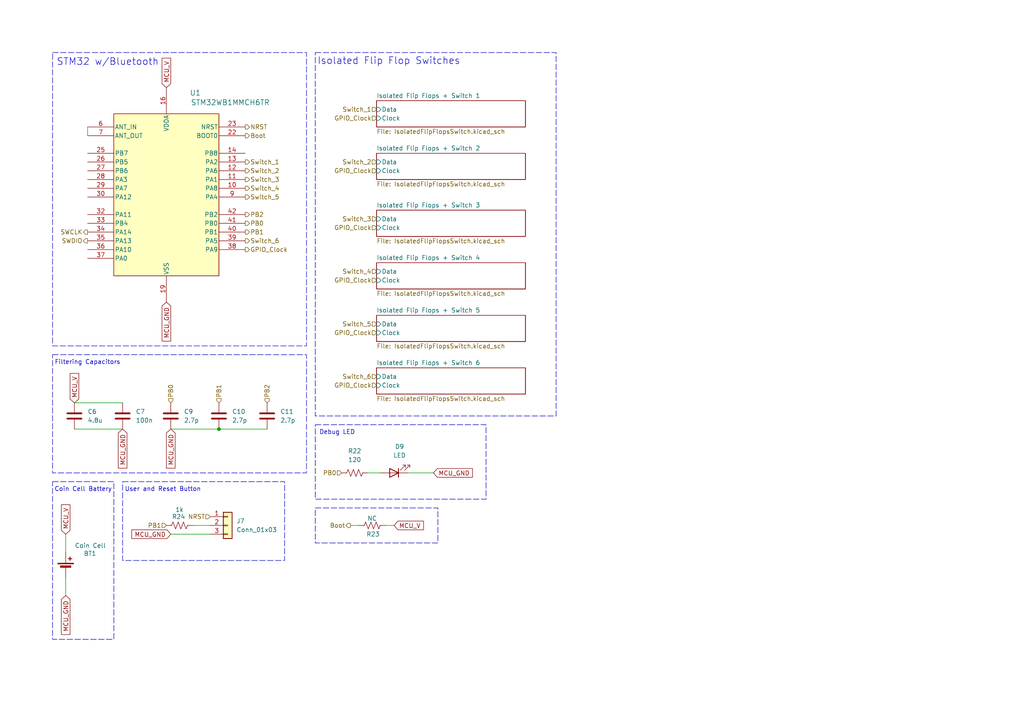
<source format=kicad_sch>
(kicad_sch (version 20250114) (generator "eeschema") (generator_version "9.0")
  (paper "A4")
  (lib_symbols
    (symbol "Connector_Generic:Conn_01x03" (pin_names (offset 1.016) (hide yes))
      (property "Reference" "J" (at 0 5.08 0))
      (property "Value" "Conn_01x03" (at 0 -5.08 0))
      (symbol "Conn_01x03_1_1"
        (rectangle (start -1.27 3.81) (end 1.27 -3.81) (stroke (width 0.254)) (fill (type background)))
        (rectangle (start -1.27 2.667) (end 0 2.413) (stroke (width 0.1524)))
        (rectangle (start -1.27 0.127) (end 0 -0.127) (stroke (width 0.1524)))
        (rectangle (start -1.27 -2.413) (end 0 -2.667) (stroke (width 0.1524)))
        (pin passive line (at -5.08 2.54 0) (length 3.81) (name "Pin_1") (number "1"))
        (pin passive line (at -5.08 0 0) (length 3.81) (name "Pin_2") (number "2"))
        (pin passive line (at -5.08 -2.54 0) (length 3.81) (name "Pin_3") (number "3"))
      )
    )
    (symbol "Device:Battery_Cell" (pin_numbers (hide yes)) (pin_names (offset 0) (hide yes))
      (property "Reference" "BT" (at 2.54 2.54 0))
      (property "Value" "Battery_Cell" (at 2.54 0 0))
      (symbol "Battery_Cell_0_1"
        (rectangle (start -2.286 1.778) (end 2.286 1.524) (fill (type outline)))
        (rectangle (start -1.524 1.016) (end 1.524 0.508) (fill (type outline)))
        (polyline (pts (xy 0 1.778) (xy 0 2.54)))
        (polyline (pts (xy 0 0.762) (xy 0 0)))
        (polyline (pts (xy 0.762 3.048) (xy 1.778 3.048)) (stroke (width 0.254)))
        (polyline (pts (xy 1.27 3.556) (xy 1.27 2.54)) (stroke (width 0.254)))
      )
      (symbol "Battery_Cell_1_1"
        (pin passive line (at 0 5.08 270) (length 2.54) (name "+") (number "1"))
        (pin passive line (at 0 -2.54 90) (length 2.54) (name "-") (number "2"))
      )
    )
    (symbol "Device:C" (pin_numbers (hide yes)) (pin_names (offset 0.254))
      (property "Reference" "C" (at 0.635 2.54 0))
      (property "Value" "C" (at 0.635 -2.54 0))
      (symbol "C_0_1"
        (polyline (pts (xy -2.032 0.762) (xy 2.032 0.762)) (stroke (width 0.508)))
        (polyline (pts (xy -2.032 -0.762) (xy 2.032 -0.762)) (stroke (width 0.508)))
      )
      (symbol "C_1_1"
        (pin passive line (at 0 3.81 270) (length 2.794) (name "~") (number "1"))
        (pin passive line (at 0 -3.81 90) (length 2.794) (name "~") (number "2"))
      )
    )
    (symbol "Device:LED" (pin_numbers (hide yes)) (pin_names (offset 1.016) (hide yes))
      (property "Reference" "D" (at 0 2.54 0))
      (property "Value" "LED" (at 0 -2.54 0))
      (symbol "LED_0_1"
        (polyline (pts (xy -3.048 -0.762) (xy -4.572 -2.286) (xy -3.81 -2.286) (xy -4.572 -2.286) (xy -4.572 -1.524)))
        (polyline (pts (xy -1.778 -0.762) (xy -3.302 -2.286) (xy -2.54 -2.286) (xy -3.302 -2.286) (xy -3.302 -1.524)))
        (polyline (pts (xy -1.27 0) (xy 1.27 0)))
        (polyline (pts (xy -1.27 -1.27) (xy -1.27 1.27)) (stroke (width 0.254)))
        (polyline (pts (xy 1.27 -1.27) (xy 1.27 1.27) (xy -1.27 0) (xy 1.27 -1.27)) (stroke (width 0.254)))
      )
      (symbol "LED_1_1"
        (pin passive line (at -3.81 0 0) (length 2.54) (name "K") (number "1"))
        (pin passive line (at 3.81 0 180) (length 2.54) (name "A") (number "2"))
      )
    )
    (symbol "Device:R_US" (pin_numbers (hide yes)) (pin_names (offset 0))
      (property "Reference" "R" (at 2.54 0 90))
      (property "Value" "R_US" (at -2.54 0 90))
      (symbol "R_US_0_1"
        (polyline (pts (xy 0 2.286) (xy 0 2.54)))
        (polyline (pts (xy 0 2.286) (xy 1.016 1.905) (xy 0 1.524) (xy -1.016 1.143) (xy 0 0.762)))
        (polyline (pts (xy 0 0.762) (xy 1.016 0.381) (xy 0 0) (xy -1.016 -0.381) (xy 0 -0.762)))
        (polyline (pts (xy 0 -0.762) (xy 1.016 -1.143) (xy 0 -1.524) (xy -1.016 -1.905) (xy 0 -2.286)))
        (polyline (pts (xy 0 -2.286) (xy 0 -2.54)))
      )
      (symbol "R_US_1_1"
        (pin passive line (at 0 3.81 270) (length 1.27) (name "~") (number "1"))
        (pin passive line (at 0 -3.81 90) (length 1.27) (name "~") (number "2"))
      )
    )
    (symbol "MCU_STM32WB1MMCH6TR:STM32WB1MMCH6TR" (pin_names (offset 0.254))
      (property "Reference" "U1" (at 31.242 1.016 0))
      (property "Value" "STM32WB1MMCH6TR" (at 41.402 -1.778 0))
      (symbol "STM32WB1MMCH6TR_0_1"
        (polyline (pts (xy 7.62 -5.08) (xy 7.62 -52.07)) (stroke (width 0.127)) (fill (type color)))
        (polyline (pts (xy 7.62 -52.07) (xy 38.1 -52.07)) (stroke (width 0.127)) (fill (type color)))
        (polyline (pts (xy 38.1 -5.08) (xy 7.62 -5.08)) (stroke (width 0.127)) (fill (type color)))
        (polyline (pts (xy 38.1 -52.07) (xy 38.1 -5.08)) (stroke (width 0.127)) (fill (type color)))
        (pin input line (at 0 -8.89 0) (length 7.62) (name "ANT_IN") (number "6"))
        (pin output line (at 0 -11.43 0) (length 7.62) (name "ANT_OUT") (number "7"))
        (pin bidirectional line (at 0 -16.51 0) (length 7.62) (name "PB7") (number "25"))
        (pin bidirectional line (at 0 -19.05 0) (length 7.62) (name "PB5") (number "26"))
        (pin bidirectional line (at 0 -21.59 0) (length 7.62) (name "PB6") (number "27"))
        (pin bidirectional line (at 0 -24.13 0) (length 7.62) (name "PA3") (number "28"))
        (pin bidirectional line (at 0 -26.67 0) (length 7.62) (name "PA7") (number "29"))
        (pin bidirectional line (at 0 -29.21 0) (length 7.62) (name "PA12") (number "30"))
        (pin bidirectional line (at 0 -34.29 0) (length 7.62) (name "PA11") (number "32"))
        (pin bidirectional line (at 0 -36.83 0) (length 7.62) (name "PB4") (number "33"))
        (pin bidirectional line (at 0 -39.37 0) (length 7.62) (name "PA14") (number "34"))
        (pin bidirectional line (at 0 -41.91 0) (length 7.62) (name "PA13") (number "35"))
        (pin bidirectional line (at 0 -44.45 0) (length 7.62) (name "PA10") (number "36"))
        (pin bidirectional line (at 0 -46.99 0) (length 7.62) (name "PA0") (number "37"))
        (pin power_in line (at 22.86 2.54 270) (length 7.62) (name "VDDA") (number "16"))
        (pin power_in line (at 22.86 2.54 270) (length 7.62) (hide yes) (name "VBAT") (number "18"))
        (pin power_in line (at 22.86 2.54 270) (length 7.62) (hide yes) (name "VDDSMPS") (number "20"))
        (pin power_in line (at 22.86 -59.69 90) (length 7.62) (hide yes) (name "VSS") (number "1"))
        (pin power_in line (at 22.86 -59.69 90) (length 7.62) (hide yes) (name "VSS") (number "15"))
        (pin power_in line (at 22.86 -59.69 90) (length 7.62) (hide yes) (name "VSS") (number "17"))
        (pin power_in line (at 22.86 -59.69 90) (length 7.62) (name "VSS") (number "19"))
        (pin power_in line (at 22.86 -59.69 90) (length 7.62) (hide yes) (name "VSS") (number "2"))
        (pin power_in line (at 22.86 -59.69 90) (length 7.62) (hide yes) (name "VSSSMPS") (number "21"))
        (pin power_in line (at 22.86 -59.69 90) (length 7.62) (hide yes) (name "VSS") (number "24"))
        (pin power_in line (at 22.86 -59.69 90) (length 7.62) (hide yes) (name "VSS") (number "3"))
        (pin power_in line (at 22.86 -59.69 90) (length 7.62) (hide yes) (name "VSS") (number "31"))
        (pin power_in line (at 22.86 -59.69 90) (length 7.62) (hide yes) (name "VSS") (number "4"))
        (pin power_in line (at 22.86 -59.69 90) (length 7.62) (hide yes) (name "VSS") (number "43"))
        (pin power_in line (at 22.86 -59.69 90) (length 7.62) (hide yes) (name "VSS") (number "44"))
        (pin power_in line (at 22.86 -59.69 90) (length 7.62) (hide yes) (name "VSS") (number "45"))
        (pin power_in line (at 22.86 -59.69 90) (length 7.62) (hide yes) (name "VSS") (number "46"))
        (pin power_in line (at 22.86 -59.69 90) (length 7.62) (hide yes) (name "VSS") (number "47"))
        (pin power_in line (at 22.86 -59.69 90) (length 7.62) (hide yes) (name "VSS") (number "48"))
        (pin power_in line (at 22.86 -59.69 90) (length 7.62) (hide yes) (name "VSS") (number "49"))
        (pin power_in line (at 22.86 -59.69 90) (length 7.62) (hide yes) (name "VSSRF") (number "5"))
        (pin power_in line (at 22.86 -59.69 90) (length 7.62) (hide yes) (name "VSS") (number "50"))
        (pin power_in line (at 22.86 -59.69 90) (length 7.62) (hide yes) (name "VSS") (number "51"))
        (pin power_in line (at 22.86 -59.69 90) (length 7.62) (hide yes) (name "VSS") (number "52"))
        (pin power_in line (at 22.86 -59.69 90) (length 7.62) (hide yes) (name "VSS") (number "53"))
        (pin power_in line (at 22.86 -59.69 90) (length 7.62) (hide yes) (name "VSS") (number "54"))
        (pin power_in line (at 22.86 -59.69 90) (length 7.62) (hide yes) (name "VSS") (number "55"))
        (pin power_in line (at 22.86 -59.69 90) (length 7.62) (hide yes) (name "VSS") (number "56"))
        (pin power_in line (at 22.86 -59.69 90) (length 7.62) (hide yes) (name "VSS") (number "57"))
        (pin power_in line (at 22.86 -59.69 90) (length 7.62) (hide yes) (name "VSS") (number "58"))
        (pin power_in line (at 22.86 -59.69 90) (length 7.62) (hide yes) (name "VSS") (number "59"))
        (pin power_in line (at 22.86 -59.69 90) (length 7.62) (hide yes) (name "VSS") (number "60"))
        (pin power_in line (at 22.86 -59.69 90) (length 7.62) (hide yes) (name "VSS") (number "61"))
        (pin power_in line (at 22.86 -59.69 90) (length 7.62) (hide yes) (name "VSS") (number "62"))
        (pin power_in line (at 22.86 -59.69 90) (length 7.62) (hide yes) (name "VSS") (number "63"))
        (pin power_in line (at 22.86 -59.69 90) (length 7.62) (hide yes) (name "VSS") (number "64"))
        (pin power_in line (at 22.86 -59.69 90) (length 7.62) (hide yes) (name "VSS") (number "65"))
        (pin power_in line (at 22.86 -59.69 90) (length 7.62) (hide yes) (name "VSS") (number "66"))
        (pin power_in line (at 22.86 -59.69 90) (length 7.62) (hide yes) (name "VSS") (number "67"))
        (pin power_in line (at 22.86 -59.69 90) (length 7.62) (hide yes) (name "VSS") (number "68"))
        (pin power_in line (at 22.86 -59.69 90) (length 7.62) (hide yes) (name "VSS") (number "69"))
        (pin power_in line (at 22.86 -59.69 90) (length 7.62) (hide yes) (name "VSS") (number "70"))
        (pin power_in line (at 22.86 -59.69 90) (length 7.62) (hide yes) (name "VSS") (number "71"))
        (pin power_in line (at 22.86 -59.69 90) (length 7.62) (hide yes) (name "VSS") (number "72"))
        (pin power_in line (at 22.86 -59.69 90) (length 7.62) (hide yes) (name "VSS") (number "73"))
        (pin power_in line (at 22.86 -59.69 90) (length 7.62) (hide yes) (name "VSS") (number "74"))
        (pin power_in line (at 22.86 -59.69 90) (length 7.62) (hide yes) (name "VSS") (number "75"))
        (pin power_in line (at 22.86 -59.69 90) (length 7.62) (hide yes) (name "VSS") (number "76"))
        (pin power_in line (at 22.86 -59.69 90) (length 7.62) (hide yes) (name "VSS") (number "77"))
        (pin power_in line (at 22.86 -59.69 90) (length 7.62) (hide yes) (name "VSSRF") (number "8"))
        (pin bidirectional line (at 45.72 -8.89 180) (length 7.62) (name "NRST") (number "23"))
        (pin input line (at 45.72 -11.43 180) (length 7.62) (name "BOOT0") (number "22"))
        (pin bidirectional line (at 45.72 -16.51 180) (length 7.62) (name "PB8") (number "14"))
        (pin bidirectional line (at 45.72 -19.05 180) (length 7.62) (name "PA2") (number "13"))
        (pin bidirectional line (at 45.72 -21.59 180) (length 7.62) (name "PA6") (number "12"))
        (pin bidirectional line (at 45.72 -24.13 180) (length 7.62) (name "PA1") (number "11"))
        (pin bidirectional line (at 45.72 -26.67 180) (length 7.62) (name "PA8") (number "10"))
        (pin bidirectional line (at 45.72 -29.21 180) (length 7.62) (name "PA4") (number "9"))
        (pin bidirectional line (at 45.72 -34.29 180) (length 7.62) (name "PB2") (number "42"))
        (pin bidirectional line (at 45.72 -36.83 180) (length 7.62) (name "PB0") (number "41"))
        (pin bidirectional line (at 45.72 -39.37 180) (length 7.62) (name "PB1") (number "40"))
        (pin bidirectional line (at 45.72 -41.91 180) (length 7.62) (name "PA5") (number "39"))
        (pin bidirectional line (at 45.72 -44.45 180) (length 7.62) (name "PA9") (number "38"))
      )
      (symbol "STM32WB1MMCH6TR_1_1"
        (rectangle (start 7.62 -5.08) (end 38.1 -52.07) (fill (type color) (color 255 255 194 1)))
      )
    )
  )
  (rectangle (start 15.24 15.24) (end 88.9 100.33) (stroke (width 0) (type dash)))
  (rectangle (start 35.56 139.7) (end 82.55 162.56) (stroke (width 0) (type dash)))
  (rectangle (start 127 157.48) (end 91.44 147.32) (stroke (width 0) (type dash)))
  (rectangle (start 15.24 139.7) (end 33.02 185.42) (stroke (width 0) (type dash)))
  (rectangle (start 91.44 15.24) (end 161.29 120.65) (stroke (width 0) (type dash)))
  (rectangle (start 15.24 102.87) (end 88.9 137.16) (stroke (width 0) (type dash)))
  (rectangle (start 91.44 123.19) (end 140.97 144.78) (stroke (width 0) (type dash)))
  (text "STM32 w/Bluetooth" (at 31.242 18.034 0) (effects (font (size 2 2))))
  (text "Filtering Capacitors" (at 25.4 105.156 0) (effects (font (size 1.27 1.27))))
  (text "Coin Cell Battery" (at 24.13 141.986 0) (effects (font (size 1.27 1.27))))
  (text "Debug LED" (at 97.79 125.476 0) (effects (font (size 1.27 1.27))))
  (text "Isolated Flip Flop Switches" (at 112.776 17.78 0) (effects (font (size 2 2))))
  (text "User and Reset Button" (at 47.244 141.986 0) (effects (font (size 1.27 1.27))))
  (junction (at 63.5 124.46))
  (wire (pts (xy 19.05 167.64) (xy 19.05 172.72)))
  (wire (pts (xy 21.59 116.84) (xy 35.56 116.84)))
  (wire (pts (xy 21.59 124.46) (xy 35.56 124.46)))
  (wire (pts (xy 114.3 152.4) (xy 111.76 152.4)))
  (wire (pts (xy 104.14 152.4) (xy 101.6 152.4)))
  (wire (pts (xy 25.4 36.83) (xy 25.4 39.37)))
  (wire (pts (xy 55.88 152.4) (xy 60.96 152.4)))
  (wire (pts (xy 106.68 137.16) (xy 110.49 137.16)))
  (wire (pts (xy 63.5 124.46) (xy 77.47 124.46)))
  (wire (pts (xy 118.11 137.16) (xy 125.73 137.16)))
  (wire (pts (xy 19.05 154.94) (xy 19.05 160.02)))
  (wire (pts (xy 49.53 124.46) (xy 63.5 124.46)))
  (wire (pts (xy 49.53 154.94) (xy 60.96 154.94)))
  (global_label "MCU_GND" (shape input) (at 49.53 154.94 180) (property "Intersheetrefs" "${INTERSHEET_REFS}" (effects (hide yes))))
  (global_label "MCU_GND" (shape input) (at 49.53 124.46 270) (property "Intersheetrefs" "${INTERSHEET_REFS}" (effects (hide yes))))
  (global_label "MCU_GND" (shape input) (at 19.05 172.72 270) (property "Intersheetrefs" "${INTERSHEET_REFS}" (effects (hide yes))))
  (global_label "MCU_V" (shape input) (at 114.3 152.4 0) (property "Intersheetrefs" "${INTERSHEET_REFS}" (effects (hide yes))))
  (global_label "MCU_GND" (shape input) (at 125.73 137.16 0) (property "Intersheetrefs" "${INTERSHEET_REFS}" (effects (hide yes))))
  (global_label "MCU_GND" (shape input) (at 35.56 124.46 270) (property "Intersheetrefs" "${INTERSHEET_REFS}" (effects (hide yes))))
  (global_label "MCU_GND" (shape input) (at 48.26 87.63 270) (property "Intersheetrefs" "${INTERSHEET_REFS}" (effects (hide yes))))
  (global_label "MCU_V" (shape input) (at 48.26 25.4 90) (property "Intersheetrefs" "${INTERSHEET_REFS}" (effects (hide yes))))
  (global_label "MCU_V" (shape input) (at 21.59 116.84 90) (property "Intersheetrefs" "${INTERSHEET_REFS}" (effects (hide yes))))
  (global_label "MCU_V" (shape input) (at 19.05 154.94 90) (property "Intersheetrefs" "${INTERSHEET_REFS}" (effects (hide yes))))
  (hierarchical_label "Boot" (shape output) (at 71.12 39.37 0))
  (hierarchical_label "Switch_1" (shape input) (at 109.22 31.75 180))
  (hierarchical_label "Switch_1" (shape output) (at 71.12 46.99 0))
  (hierarchical_label "Boot" (shape output) (at 101.6 152.4 180))
  (hierarchical_label "GPIO_Clock" (shape input) (at 109.22 96.52 180))
  (hierarchical_label "Switch_4" (shape input) (at 109.22 78.74 180))
  (hierarchical_label "Switch_3" (shape input) (at 109.22 63.5 180))
  (hierarchical_label "GPIO_Clock" (shape input) (at 109.22 111.76 180))
  (hierarchical_label "SWCLK" (shape output) (at 25.4 67.31 180))
  (hierarchical_label "PB1" (shape input) (at 63.5 116.84 90))
  (hierarchical_label "SWDIO" (shape output) (at 25.4 69.85 180))
  (hierarchical_label "PB2" (shape output) (at 71.12 62.23 0))
  (hierarchical_label "Switch_3" (shape output) (at 71.12 52.07 0))
  (hierarchical_label "PB0" (shape input) (at 99.06 137.16 180))
  (hierarchical_label "PB0" (shape input) (at 49.53 116.84 90))
  (hierarchical_label "Switch_2" (shape input) (at 109.22 46.99 180))
  (hierarchical_label "Switch_4" (shape output) (at 71.12 54.61 0))
  (hierarchical_label "Switch_5" (shape output) (at 71.12 57.15 0))
  (hierarchical_label "Switch_2" (shape output) (at 71.12 49.53 0))
  (hierarchical_label "GPIO_Clock" (shape input) (at 109.22 81.28 180))
  (hierarchical_label "NRST" (shape input) (at 60.96 149.86 180))
  (hierarchical_label "GPIO_Clock" (shape input) (at 109.22 49.53 180))
  (hierarchical_label "Switch_5" (shape input) (at 109.22 93.98 180))
  (hierarchical_label "Switch_6" (shape output) (at 71.12 69.85 0))
  (hierarchical_label "GPIO_Clock" (shape input) (at 109.22 34.29 180))
  (hierarchical_label "GPIO_Clock" (shape output) (at 71.12 72.39 0))
  (hierarchical_label "PB1" (shape output) (at 71.12 67.31 0))
  (hierarchical_label "GPIO_Clock" (shape input) (at 109.22 66.04 180))
  (hierarchical_label "PB0" (shape output) (at 71.12 64.77 0))
  (hierarchical_label "PB1" (shape input) (at 48.26 152.4 180))
  (hierarchical_label "Switch_6" (shape input) (at 109.22 109.22 180))
  (hierarchical_label "NRST" (shape output) (at 71.12 36.83 0))
  (hierarchical_label "PB2" (shape input) (at 77.47 116.84 90))
  (symbol (lib_id "Device:C") (at 21.59 120.65 0) (unit 1)
    (property "Reference" "C6" (at 25.4 119.3799 0) (effects (justify left)))
    (property "Value" "4.8u" (at 25.4 121.9199 0) (effects (justify left)))
    (property "Description" "Unpolarized capacitor" (effects (hide yes)))
  )
  (symbol (lib_id "Device:C") (at 49.53 120.65 0) (unit 1)
    (property "Reference" "C9" (at 53.34 119.3799 0) (effects (justify left)))
    (property "Value" "2.7p" (at 53.34 121.9199 0) (effects (justify left)))
    (property "Description" "Unpolarized capacitor" (effects (hide yes)))
  )
  (symbol (lib_id "Device:Battery_Cell") (at 19.05 165.1 0) (unit 1)
    (property "Reference" "BT1" (at 27.94 160.528 0) (effects (justify right)))
    (property "Value" "Coin Cell" (at 30.734 158.242 0) (effects (justify right)))
    (property "Footprint" "Battery:BatteryHolder_MYOUNG_BS-07-A1BJ001_CR2032" (effects (hide yes)))
    (property "Description" "Single-cell battery" (effects (hide yes)))
  )
  (symbol (lib_id "Connector_Generic:Conn_01x03") (at 66.04 152.4 0) (unit 1)
    (property "Reference" "J7" (at 68.58 151.1299 0) (effects (justify left)))
    (property "Value" "Conn_01x03" (at 68.58 153.6699 0) (effects (justify left)))
    (property "Description" "Generic connector, single row, 01x03, script generated (kicad-library-utils/schlib/autogen/connector/)" (effects (hide yes)))
  )
  (symbol (lib_id "Device:R_US") (at 102.87 137.16 90) (unit 1)
    (property "Reference" "R22" (at 102.87 130.81 90))
    (property "Value" "120" (at 102.87 133.35 90))
    (property "Description" "Resistor, US symbol" (effects (hide yes)))
  )
  (symbol (lib_id "MCU_STM32WB1MMCH6TR:STM32WB1MMCH6TR") (at 25.4 27.94 0) (unit 1)
    (property "Reference" "U1" (at 56.642 26.924 0) (effects (font (size 1.524 1.524))))
    (property "Value" "STM32WB1MMCH6TR" (at 66.802 29.718 0) (effects (font (size 1.524 1.524))))
    (property "Footprint" "MCU_STM32:LGA77_6P5X10_STM" (effects (hide yes)))
    (property "Datasheet" "https://www.st.com/resource/en/datasheet/stm32wb1mmc.pdf" (effects (hide yes)))
  )
  (symbol (lib_id "Device:C") (at 35.56 120.65 0) (unit 1)
    (property "Reference" "C7" (at 39.37 119.3799 0) (effects (justify left)))
    (property "Value" "100n" (at 39.37 121.9199 0) (effects (justify left)))
    (property "Description" "Unpolarized capacitor" (effects (hide yes)))
  )
  (symbol (lib_id "Device:LED") (at 114.3 137.16 180) (unit 1)
    (property "Reference" "D9" (at 115.8875 129.54 0))
    (property "Value" "LED" (at 115.8875 132.08 0))
    (property "Description" "Light emitting diode" (effects (hide yes)))
    (property "Sim.Pins" "1=K 2=A" (effects (hide yes)))
  )
  (symbol (lib_id "Device:R_US") (at 107.95 152.4 270) (unit 1)
    (property "Reference" "R23" (at 108.204 154.94 90))
    (property "Value" "NC" (at 107.95 150.368 90))
    (property "Description" "Resistor, US symbol" (effects (hide yes)))
  )
  (symbol (lib_id "Device:C") (at 77.47 120.65 0) (unit 1)
    (property "Reference" "C11" (at 81.28 119.3799 0) (effects (justify left)))
    (property "Value" "2.7p" (at 81.28 121.9199 0) (effects (justify left)))
    (property "Description" "Unpolarized capacitor" (effects (hide yes)))
  )
  (symbol (lib_id "Device:C") (at 63.5 120.65 0) (unit 1)
    (property "Reference" "C10" (at 67.31 119.3799 0) (effects (justify left)))
    (property "Value" "2.7p" (at 67.31 121.9199 0) (effects (justify left)))
    (property "Description" "Unpolarized capacitor" (effects (hide yes)))
  )
  (symbol (lib_id "Device:R_US") (at 52.07 152.4 90) (unit 1)
    (property "Reference" "R24" (at 51.816 149.86 90))
    (property "Value" "1k" (at 52.07 147.828 90))
    (property "Description" "Resistor, US symbol" (effects (hide yes)))
  )
  (sheet (at 109.22 91.44) (size 43.18 7.62) (stroke (width 0.1524))
    (property "Sheetname" "Isolated Flip Flops + Switch 5" (at 109.22 90.7284 0) (effects (justify left bottom)))
    (property "Sheetfile" "IsolatedFlipFlopsSwitch.kicad_sch" (at 109.22 99.6446 0) (effects (justify left top)))
    (pin "Clock" input (at 109.22 96.52 180))
    (pin "Data" input (at 109.22 93.98 180))
  )
  (sheet (at 109.22 44.45) (size 43.18 7.62) (stroke (width 0.1524))
    (property "Sheetname" "Isolated Flip Flops + Switch 2" (at 109.22 43.7384 0) (effects (justify left bottom)))
    (property "Sheetfile" "IsolatedFlipFlopsSwitch.kicad_sch" (at 109.22 52.6546 0) (effects (justify left top)))
    (pin "Clock" input (at 109.22 49.53 180))
    (pin "Data" input (at 109.22 46.99 180))
  )
  (sheet (at 109.22 29.21) (size 43.18 7.62) (stroke (width 0.1524))
    (property "Sheetname" "Isolated Flip Flops + Switch 1" (at 109.22 28.4984 0) (effects (justify left bottom)))
    (property "Sheetfile" "IsolatedFlipFlopsSwitch.kicad_sch" (at 109.22 37.4146 0) (effects (justify left top)))
    (pin "Clock" input (at 109.22 34.29 180))
    (pin "Data" input (at 109.22 31.75 180))
  )
  (sheet (at 109.22 60.96) (size 43.18 7.62) (stroke (width 0.1524))
    (property "Sheetname" "Isolated Flip Flops + Switch 3" (at 109.22 60.2484 0) (effects (justify left bottom)))
    (property "Sheetfile" "IsolatedFlipFlopsSwitch.kicad_sch" (at 109.22 69.1646 0) (effects (justify left top)))
    (pin "Clock" input (at 109.22 66.04 180))
    (pin "Data" input (at 109.22 63.5 180))
  )
  (sheet (at 109.22 106.68) (size 43.18 7.62) (stroke (width 0.1524))
    (property "Sheetname" "Isolated Flip Flops + Switch 6" (at 109.22 105.9684 0) (effects (justify left bottom)))
    (property "Sheetfile" "IsolatedFlipFlopsSwitch.kicad_sch" (at 109.22 114.8846 0) (effects (justify left top)))
    (pin "Clock" input (at 109.22 111.76 180))
    (pin "Data" input (at 109.22 109.22 180))
  )
  (sheet (at 109.22 76.2) (size 43.18 7.62) (stroke (width 0.1524))
    (property "Sheetname" "Isolated Flip Flops + Switch 4" (at 109.22 75.4884 0) (effects (justify left bottom)))
    (property "Sheetfile" "IsolatedFlipFlopsSwitch.kicad_sch" (at 109.22 84.4046 0) (effects (justify left top)))
    (pin "Clock" input (at 109.22 81.28 180))
    (pin "Data" input (at 109.22 78.74 180))
  )
)
</source>
